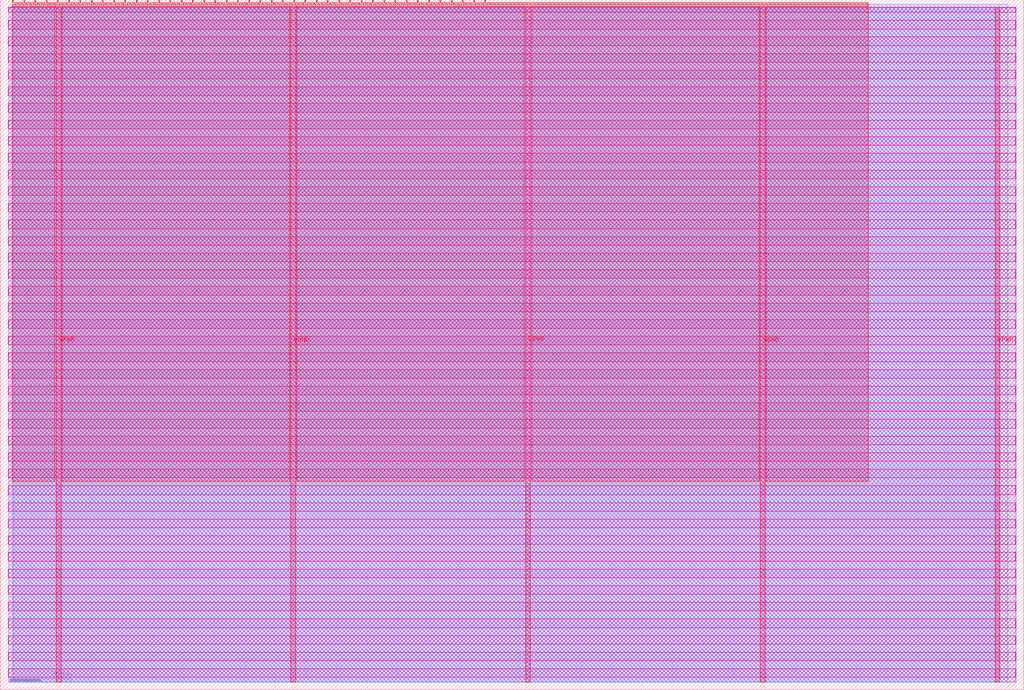
<source format=lef>
VERSION 5.7 ;
  NOWIREEXTENSIONATPIN ON ;
  DIVIDERCHAR "/" ;
  BUSBITCHARS "[]" ;
MACRO tt_um_mbalestrini_usb_cdc_devices
  CLASS BLOCK ;
  FOREIGN tt_um_mbalestrini_usb_cdc_devices ;
  ORIGIN 0.000 0.000 ;
  SIZE 334.880 BY 225.760 ;
  PIN VGND
    DIRECTION INOUT ;
    USE GROUND ;
    PORT
      LAYER met4 ;
        RECT 95.080 2.480 96.680 223.280 ;
    END
    PORT
      LAYER met4 ;
        RECT 248.680 2.480 250.280 223.280 ;
    END
  END VGND
  PIN VPWR
    DIRECTION INOUT ;
    USE POWER ;
    PORT
      LAYER met4 ;
        RECT 18.280 2.480 19.880 223.280 ;
    END
    PORT
      LAYER met4 ;
        RECT 171.880 2.480 173.480 223.280 ;
    END
    PORT
      LAYER met4 ;
        RECT 325.480 2.480 327.080 223.280 ;
    END
  END VPWR
  PIN clk
    DIRECTION INPUT ;
    USE SIGNAL ;
    ANTENNAGATEAREA 0.852000 ;
    PORT
      LAYER met4 ;
        RECT 154.870 224.760 155.170 225.760 ;
    END
  END clk
  PIN ena
    DIRECTION INPUT ;
    USE SIGNAL ;
    PORT
      LAYER met4 ;
        RECT 158.550 224.760 158.850 225.760 ;
    END
  END ena
  PIN rst_n
    DIRECTION INPUT ;
    USE SIGNAL ;
    ANTENNAGATEAREA 0.213000 ;
    PORT
      LAYER met4 ;
        RECT 151.190 224.760 151.490 225.760 ;
    END
  END rst_n
  PIN ui_in[0]
    DIRECTION INPUT ;
    USE SIGNAL ;
    ANTENNAGATEAREA 0.126000 ;
    PORT
      LAYER met4 ;
        RECT 147.510 224.760 147.810 225.760 ;
    END
  END ui_in[0]
  PIN ui_in[1]
    DIRECTION INPUT ;
    USE SIGNAL ;
    ANTENNAGATEAREA 0.213000 ;
    PORT
      LAYER met4 ;
        RECT 143.830 224.760 144.130 225.760 ;
    END
  END ui_in[1]
  PIN ui_in[2]
    DIRECTION INPUT ;
    USE SIGNAL ;
    ANTENNAGATEAREA 0.126000 ;
    PORT
      LAYER met4 ;
        RECT 140.150 224.760 140.450 225.760 ;
    END
  END ui_in[2]
  PIN ui_in[3]
    DIRECTION INPUT ;
    USE SIGNAL ;
    ANTENNAGATEAREA 0.196500 ;
    PORT
      LAYER met4 ;
        RECT 136.470 224.760 136.770 225.760 ;
    END
  END ui_in[3]
  PIN ui_in[4]
    DIRECTION INPUT ;
    USE SIGNAL ;
    ANTENNAGATEAREA 0.196500 ;
    PORT
      LAYER met4 ;
        RECT 132.790 224.760 133.090 225.760 ;
    END
  END ui_in[4]
  PIN ui_in[5]
    DIRECTION INPUT ;
    USE SIGNAL ;
    ANTENNAGATEAREA 0.196500 ;
    PORT
      LAYER met4 ;
        RECT 129.110 224.760 129.410 225.760 ;
    END
  END ui_in[5]
  PIN ui_in[6]
    DIRECTION INPUT ;
    USE SIGNAL ;
    ANTENNAGATEAREA 0.196500 ;
    PORT
      LAYER met4 ;
        RECT 125.430 224.760 125.730 225.760 ;
    END
  END ui_in[6]
  PIN ui_in[7]
    DIRECTION INPUT ;
    USE SIGNAL ;
    ANTENNAGATEAREA 0.126000 ;
    PORT
      LAYER met4 ;
        RECT 121.750 224.760 122.050 225.760 ;
    END
  END ui_in[7]
  PIN uio_in[0]
    DIRECTION INPUT ;
    USE SIGNAL ;
    ANTENNAGATEAREA 0.196500 ;
    PORT
      LAYER met4 ;
        RECT 118.070 224.760 118.370 225.760 ;
    END
  END uio_in[0]
  PIN uio_in[1]
    DIRECTION INPUT ;
    USE SIGNAL ;
    ANTENNAGATEAREA 0.196500 ;
    PORT
      LAYER met4 ;
        RECT 114.390 224.760 114.690 225.760 ;
    END
  END uio_in[1]
  PIN uio_in[2]
    DIRECTION INPUT ;
    USE SIGNAL ;
    PORT
      LAYER met4 ;
        RECT 110.710 224.760 111.010 225.760 ;
    END
  END uio_in[2]
  PIN uio_in[3]
    DIRECTION INPUT ;
    USE SIGNAL ;
    PORT
      LAYER met4 ;
        RECT 107.030 224.760 107.330 225.760 ;
    END
  END uio_in[3]
  PIN uio_in[4]
    DIRECTION INPUT ;
    USE SIGNAL ;
    PORT
      LAYER met4 ;
        RECT 103.350 224.760 103.650 225.760 ;
    END
  END uio_in[4]
  PIN uio_in[5]
    DIRECTION INPUT ;
    USE SIGNAL ;
    PORT
      LAYER met4 ;
        RECT 99.670 224.760 99.970 225.760 ;
    END
  END uio_in[5]
  PIN uio_in[6]
    DIRECTION INPUT ;
    USE SIGNAL ;
    PORT
      LAYER met4 ;
        RECT 95.990 224.760 96.290 225.760 ;
    END
  END uio_in[6]
  PIN uio_in[7]
    DIRECTION INPUT ;
    USE SIGNAL ;
    PORT
      LAYER met4 ;
        RECT 92.310 224.760 92.610 225.760 ;
    END
  END uio_in[7]
  PIN uio_oe[0]
    DIRECTION OUTPUT TRISTATE ;
    USE SIGNAL ;
    ANTENNADIFFAREA 0.795200 ;
    PORT
      LAYER met4 ;
        RECT 29.750 224.760 30.050 225.760 ;
    END
  END uio_oe[0]
  PIN uio_oe[1]
    DIRECTION OUTPUT TRISTATE ;
    USE SIGNAL ;
    ANTENNADIFFAREA 0.795200 ;
    PORT
      LAYER met4 ;
        RECT 26.070 224.760 26.370 225.760 ;
    END
  END uio_oe[1]
  PIN uio_oe[2]
    DIRECTION OUTPUT TRISTATE ;
    USE SIGNAL ;
    PORT
      LAYER met4 ;
        RECT 22.390 224.760 22.690 225.760 ;
    END
  END uio_oe[2]
  PIN uio_oe[3]
    DIRECTION OUTPUT TRISTATE ;
    USE SIGNAL ;
    PORT
      LAYER met4 ;
        RECT 18.710 224.760 19.010 225.760 ;
    END
  END uio_oe[3]
  PIN uio_oe[4]
    DIRECTION OUTPUT TRISTATE ;
    USE SIGNAL ;
    PORT
      LAYER met4 ;
        RECT 15.030 224.760 15.330 225.760 ;
    END
  END uio_oe[4]
  PIN uio_oe[5]
    DIRECTION OUTPUT TRISTATE ;
    USE SIGNAL ;
    PORT
      LAYER met4 ;
        RECT 11.350 224.760 11.650 225.760 ;
    END
  END uio_oe[5]
  PIN uio_oe[6]
    DIRECTION OUTPUT TRISTATE ;
    USE SIGNAL ;
    PORT
      LAYER met4 ;
        RECT 7.670 224.760 7.970 225.760 ;
    END
  END uio_oe[6]
  PIN uio_oe[7]
    DIRECTION OUTPUT TRISTATE ;
    USE SIGNAL ;
    PORT
      LAYER met4 ;
        RECT 3.990 224.760 4.290 225.760 ;
    END
  END uio_oe[7]
  PIN uio_out[0]
    DIRECTION OUTPUT TRISTATE ;
    USE SIGNAL ;
    ANTENNADIFFAREA 0.795200 ;
    PORT
      LAYER met4 ;
        RECT 59.190 224.760 59.490 225.760 ;
    END
  END uio_out[0]
  PIN uio_out[1]
    DIRECTION OUTPUT TRISTATE ;
    USE SIGNAL ;
    ANTENNADIFFAREA 0.795200 ;
    PORT
      LAYER met4 ;
        RECT 55.510 224.760 55.810 225.760 ;
    END
  END uio_out[1]
  PIN uio_out[2]
    DIRECTION OUTPUT TRISTATE ;
    USE SIGNAL ;
    PORT
      LAYER met4 ;
        RECT 51.830 224.760 52.130 225.760 ;
    END
  END uio_out[2]
  PIN uio_out[3]
    DIRECTION OUTPUT TRISTATE ;
    USE SIGNAL ;
    PORT
      LAYER met4 ;
        RECT 48.150 224.760 48.450 225.760 ;
    END
  END uio_out[3]
  PIN uio_out[4]
    DIRECTION OUTPUT TRISTATE ;
    USE SIGNAL ;
    PORT
      LAYER met4 ;
        RECT 44.470 224.760 44.770 225.760 ;
    END
  END uio_out[4]
  PIN uio_out[5]
    DIRECTION OUTPUT TRISTATE ;
    USE SIGNAL ;
    PORT
      LAYER met4 ;
        RECT 40.790 224.760 41.090 225.760 ;
    END
  END uio_out[5]
  PIN uio_out[6]
    DIRECTION OUTPUT TRISTATE ;
    USE SIGNAL ;
    PORT
      LAYER met4 ;
        RECT 37.110 224.760 37.410 225.760 ;
    END
  END uio_out[6]
  PIN uio_out[7]
    DIRECTION OUTPUT TRISTATE ;
    USE SIGNAL ;
    PORT
      LAYER met4 ;
        RECT 33.430 224.760 33.730 225.760 ;
    END
  END uio_out[7]
  PIN uo_out[0]
    DIRECTION OUTPUT TRISTATE ;
    USE SIGNAL ;
    ANTENNADIFFAREA 0.795200 ;
    PORT
      LAYER met4 ;
        RECT 88.630 224.760 88.930 225.760 ;
    END
  END uo_out[0]
  PIN uo_out[1]
    DIRECTION OUTPUT TRISTATE ;
    USE SIGNAL ;
    ANTENNADIFFAREA 0.795200 ;
    PORT
      LAYER met4 ;
        RECT 84.950 224.760 85.250 225.760 ;
    END
  END uo_out[1]
  PIN uo_out[2]
    DIRECTION OUTPUT TRISTATE ;
    USE SIGNAL ;
    ANTENNADIFFAREA 0.795200 ;
    PORT
      LAYER met4 ;
        RECT 81.270 224.760 81.570 225.760 ;
    END
  END uo_out[2]
  PIN uo_out[3]
    DIRECTION OUTPUT TRISTATE ;
    USE SIGNAL ;
    ANTENNADIFFAREA 0.795200 ;
    PORT
      LAYER met4 ;
        RECT 77.590 224.760 77.890 225.760 ;
    END
  END uo_out[3]
  PIN uo_out[4]
    DIRECTION OUTPUT TRISTATE ;
    USE SIGNAL ;
    ANTENNADIFFAREA 0.795200 ;
    PORT
      LAYER met4 ;
        RECT 73.910 224.760 74.210 225.760 ;
    END
  END uo_out[4]
  PIN uo_out[5]
    DIRECTION OUTPUT TRISTATE ;
    USE SIGNAL ;
    ANTENNADIFFAREA 0.795200 ;
    PORT
      LAYER met4 ;
        RECT 70.230 224.760 70.530 225.760 ;
    END
  END uo_out[5]
  PIN uo_out[6]
    DIRECTION OUTPUT TRISTATE ;
    USE SIGNAL ;
    ANTENNADIFFAREA 0.795200 ;
    PORT
      LAYER met4 ;
        RECT 66.550 224.760 66.850 225.760 ;
    END
  END uo_out[6]
  PIN uo_out[7]
    DIRECTION OUTPUT TRISTATE ;
    USE SIGNAL ;
    ANTENNADIFFAREA 0.795200 ;
    PORT
      LAYER met4 ;
        RECT 62.870 224.760 63.170 225.760 ;
    END
  END uo_out[7]
  OBS
      LAYER nwell ;
        RECT 2.570 221.625 332.310 223.230 ;
        RECT 2.570 216.185 332.310 219.015 ;
        RECT 2.570 210.745 332.310 213.575 ;
        RECT 2.570 205.305 332.310 208.135 ;
        RECT 2.570 199.865 332.310 202.695 ;
        RECT 2.570 194.425 332.310 197.255 ;
        RECT 2.570 188.985 332.310 191.815 ;
        RECT 2.570 183.545 332.310 186.375 ;
        RECT 2.570 178.105 332.310 180.935 ;
        RECT 2.570 172.665 332.310 175.495 ;
        RECT 2.570 167.225 332.310 170.055 ;
        RECT 2.570 161.785 332.310 164.615 ;
        RECT 2.570 156.345 332.310 159.175 ;
        RECT 2.570 150.905 332.310 153.735 ;
        RECT 2.570 145.465 332.310 148.295 ;
        RECT 2.570 140.025 332.310 142.855 ;
        RECT 2.570 134.585 332.310 137.415 ;
        RECT 2.570 129.145 332.310 131.975 ;
        RECT 2.570 123.705 332.310 126.535 ;
        RECT 2.570 118.265 332.310 121.095 ;
        RECT 2.570 112.825 332.310 115.655 ;
        RECT 2.570 107.385 332.310 110.215 ;
        RECT 2.570 101.945 332.310 104.775 ;
        RECT 2.570 96.505 332.310 99.335 ;
        RECT 2.570 91.065 332.310 93.895 ;
        RECT 2.570 85.625 332.310 88.455 ;
        RECT 2.570 80.185 332.310 83.015 ;
        RECT 2.570 74.745 332.310 77.575 ;
        RECT 2.570 69.305 332.310 72.135 ;
        RECT 2.570 63.865 332.310 66.695 ;
        RECT 2.570 58.425 332.310 61.255 ;
        RECT 2.570 52.985 332.310 55.815 ;
        RECT 2.570 47.545 332.310 50.375 ;
        RECT 2.570 42.105 332.310 44.935 ;
        RECT 2.570 36.665 332.310 39.495 ;
        RECT 2.570 31.225 332.310 34.055 ;
        RECT 2.570 25.785 332.310 28.615 ;
        RECT 2.570 20.345 332.310 23.175 ;
        RECT 2.570 14.905 332.310 17.735 ;
        RECT 2.570 9.465 332.310 12.295 ;
        RECT 2.570 4.025 332.310 6.855 ;
      LAYER li1 ;
        RECT 2.760 2.635 332.120 223.125 ;
      LAYER met1 ;
        RECT 2.760 2.480 332.420 223.280 ;
      LAYER met2 ;
        RECT 4.230 2.535 329.720 224.245 ;
      LAYER met3 ;
        RECT 3.950 2.555 327.070 224.225 ;
      LAYER met4 ;
        RECT 4.690 224.360 7.270 224.760 ;
        RECT 8.370 224.360 10.950 224.760 ;
        RECT 12.050 224.360 14.630 224.760 ;
        RECT 15.730 224.360 18.310 224.760 ;
        RECT 19.410 224.360 21.990 224.760 ;
        RECT 23.090 224.360 25.670 224.760 ;
        RECT 26.770 224.360 29.350 224.760 ;
        RECT 30.450 224.360 33.030 224.760 ;
        RECT 34.130 224.360 36.710 224.760 ;
        RECT 37.810 224.360 40.390 224.760 ;
        RECT 41.490 224.360 44.070 224.760 ;
        RECT 45.170 224.360 47.750 224.760 ;
        RECT 48.850 224.360 51.430 224.760 ;
        RECT 52.530 224.360 55.110 224.760 ;
        RECT 56.210 224.360 58.790 224.760 ;
        RECT 59.890 224.360 62.470 224.760 ;
        RECT 63.570 224.360 66.150 224.760 ;
        RECT 67.250 224.360 69.830 224.760 ;
        RECT 70.930 224.360 73.510 224.760 ;
        RECT 74.610 224.360 77.190 224.760 ;
        RECT 78.290 224.360 80.870 224.760 ;
        RECT 81.970 224.360 84.550 224.760 ;
        RECT 85.650 224.360 88.230 224.760 ;
        RECT 89.330 224.360 91.910 224.760 ;
        RECT 93.010 224.360 95.590 224.760 ;
        RECT 96.690 224.360 99.270 224.760 ;
        RECT 100.370 224.360 102.950 224.760 ;
        RECT 104.050 224.360 106.630 224.760 ;
        RECT 107.730 224.360 110.310 224.760 ;
        RECT 111.410 224.360 113.990 224.760 ;
        RECT 115.090 224.360 117.670 224.760 ;
        RECT 118.770 224.360 121.350 224.760 ;
        RECT 122.450 224.360 125.030 224.760 ;
        RECT 126.130 224.360 128.710 224.760 ;
        RECT 129.810 224.360 132.390 224.760 ;
        RECT 133.490 224.360 136.070 224.760 ;
        RECT 137.170 224.360 139.750 224.760 ;
        RECT 140.850 224.360 143.430 224.760 ;
        RECT 144.530 224.360 147.110 224.760 ;
        RECT 148.210 224.360 150.790 224.760 ;
        RECT 151.890 224.360 154.470 224.760 ;
        RECT 155.570 224.360 158.150 224.760 ;
        RECT 159.250 224.360 283.985 224.760 ;
        RECT 3.975 223.680 283.985 224.360 ;
        RECT 3.975 68.175 17.880 223.680 ;
        RECT 20.280 68.175 94.680 223.680 ;
        RECT 97.080 68.175 171.480 223.680 ;
        RECT 173.880 68.175 248.280 223.680 ;
        RECT 250.680 68.175 283.985 223.680 ;
  END
END tt_um_mbalestrini_usb_cdc_devices
END LIBRARY


</source>
